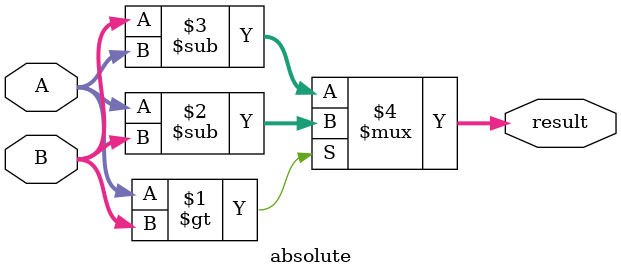
<source format=v>
module absolute (A, B, result);
	input [8:0] A, B;
	output [8:0] result;
	
	assign result = (A > B) ? (A-B) : (B-A);
endmodule

</source>
